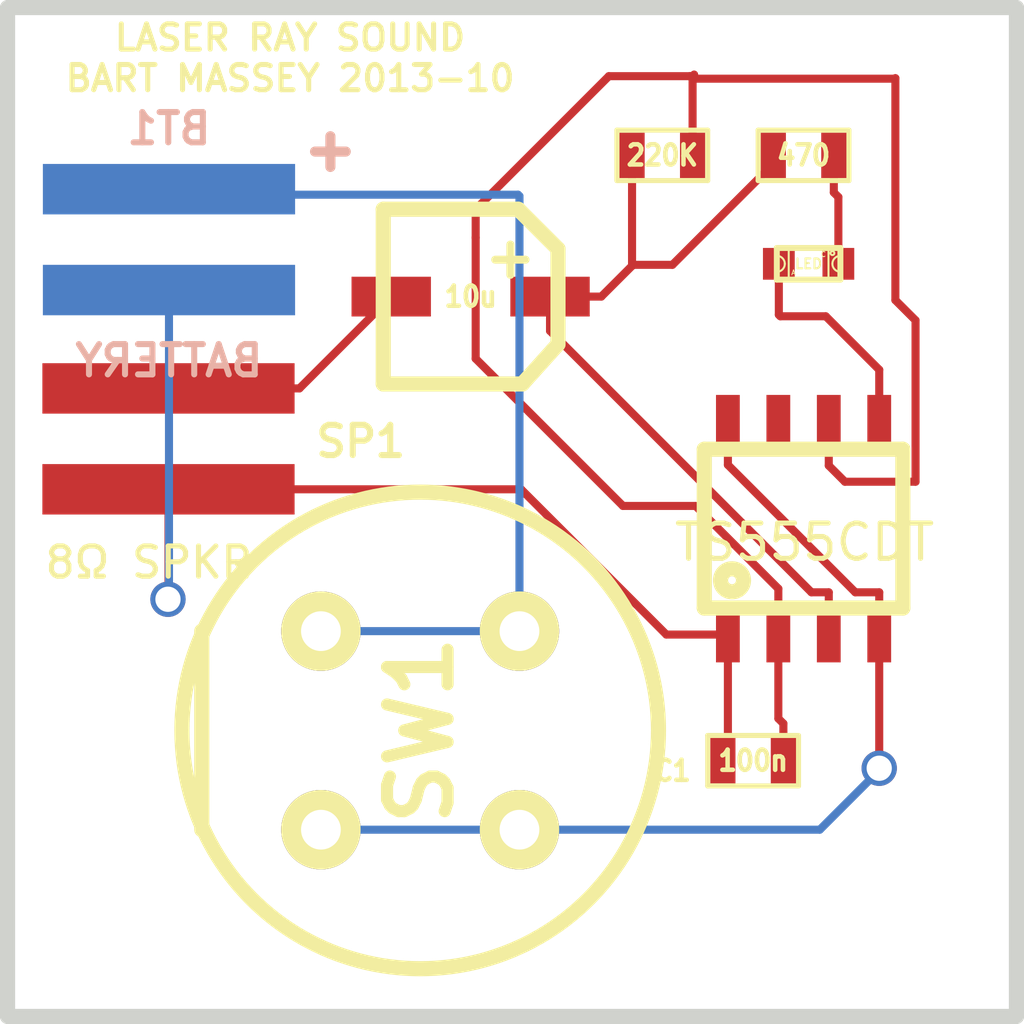
<source format=kicad_pcb>
(kicad_pcb (version 3) (host pcbnew "(2013-09-18 BZR 4323)-product")

  (general
    (links 17)
    (no_connects 0)
    (area 140.779499 102.679499 166.560501 128.460501)
    (thickness 1.6002)
    (drawings 6)
    (tracks 69)
    (zones 0)
    (modules 9)
    (nets 9)
  )

  (page A4)
  (layers
    (15 Front signal)
    (0 Back signal)
    (16 B.Adhes user)
    (17 F.Adhes user)
    (18 B.Paste user)
    (19 F.Paste user)
    (20 B.SilkS user)
    (21 F.SilkS user)
    (22 B.Mask user)
    (23 F.Mask user)
    (24 Dwgs.User user)
    (25 Cmts.User user)
    (26 Eco1.User user)
    (27 Eco2.User user)
    (28 Edge.Cuts user)
  )

  (setup
    (last_trace_width 0.2032)
    (user_trace_width 0.254)
    (user_trace_width 0.381)
    (user_trace_width 5.08)
    (user_trace_width 8.128)
    (trace_clearance 0.254)
    (zone_clearance 0.508)
    (zone_45_only no)
    (trace_min 0.2032)
    (segment_width 0.381)
    (edge_width 0.381)
    (via_size 0.889)
    (via_drill 0.635)
    (via_min_size 0.889)
    (via_min_drill 0.508)
    (user_via 1.905 0.254)
    (uvia_size 0.508)
    (uvia_drill 0.127)
    (uvias_allowed no)
    (uvia_min_size 0.508)
    (uvia_min_drill 0.127)
    (pcb_text_width 0.3048)
    (pcb_text_size 1.524 2.032)
    (mod_edge_width 0.0508)
    (mod_text_size 1.524 1.524)
    (mod_text_width 0.3048)
    (pad_size 6.35 1.27)
    (pad_drill 0)
    (pad_to_mask_clearance 0.254)
    (pad_to_paste_clearance_ratio -0.2)
    (aux_axis_origin 141.224 128.524)
    (grid_origin 140.97 128.27)
    (visible_elements FFFFFFFF)
    (pcbplotparams
      (layerselection 268992513)
      (usegerberextensions true)
      (excludeedgelayer true)
      (linewidth 0.150000)
      (plotframeref false)
      (viasonmask false)
      (mode 1)
      (useauxorigin true)
      (hpglpennumber 1)
      (hpglpenspeed 20)
      (hpglpendiameter 15)
      (hpglpenoverlay 0)
      (psnegative false)
      (psa4output false)
      (plotreference true)
      (plotvalue true)
      (plotothertext true)
      (plotinvisibletext false)
      (padsonsilk false)
      (subtractmaskfromsilk false)
      (outputformat 1)
      (mirror false)
      (drillshape 0)
      (scaleselection 1)
      (outputdirectory ""))
  )

  (net 0 "")
  (net 1 +9V)
  (net 2 GND)
  (net 3 N-000003)
  (net 4 N-000005)
  (net 5 N-000006)
  (net 6 N-000007)
  (net 7 N-000008)
  (net 8 N-000009)

  (net_class Default "This is the default net class."
    (clearance 0.254)
    (trace_width 0.2032)
    (via_dia 0.889)
    (via_drill 0.635)
    (uvia_dia 0.508)
    (uvia_drill 0.127)
    (add_net "")
    (add_net +9V)
    (add_net GND)
    (add_net N-000003)
    (add_net N-000005)
    (add_net N-000006)
    (add_net N-000007)
    (add_net N-000008)
    (add_net N-000009)
  )

  (module ESWITCH (layer Front) (tedit 52534A64) (tstamp 50F87143)
    (at 151.3586 121.0691 270)
    (path /50F85826)
    (fp_text reference SW1 (at 0 0 270) (layer F.SilkS)
      (effects (font (thickness 0.3048)))
    )
    (fp_text value SPST (at 0.0889 -4.8514 270) (layer F.SilkS) hide
      (effects (font (thickness 0.3048)))
    )
    (fp_line (start -2.49936 5.4991) (end 2.49936 5.4991) (layer F.SilkS) (width 0.381))
    (fp_circle (center 0 0) (end 5.99948 0) (layer F.SilkS) (width 0.381))
    (pad 2 thru_hole circle (at -2.49936 -2.49936 270) (size 1.99898 1.99898) (drill 1.00076)
      (layers *.Cu *.Mask F.SilkS)
      (net 4 N-000005)
    )
    (pad 1 thru_hole circle (at 2.49936 -2.49936 270) (size 1.99898 1.99898) (drill 1.00076)
      (layers *.Cu *.Mask F.SilkS)
      (net 1 +9V)
    )
    (pad 1 thru_hole circle (at 2.49936 2.49936 270) (size 1.99898 1.99898) (drill 1.00076)
      (layers *.Cu *.Mask F.SilkS)
      (net 1 +9V)
    )
    (pad 2 thru_hole circle (at -2.49936 2.49936 270) (size 1.99898 1.99898) (drill 1.00076)
      (layers *.Cu *.Mask F.SilkS)
      (net 4 N-000005)
    )
  )

  (module SO8E (layer Front) (tedit 52534CBC) (tstamp 50F8A302)
    (at 161.0106 115.9891)
    (descr "module CMS SOJ 8 pins etroit")
    (tags "CMS SOJ")
    (path /50F85637)
    (attr smd)
    (fp_text reference U1 (at -0.0254 -0.3175) (layer F.SilkS) hide
      (effects (font (size 1.143 1.143) (thickness 0.1524)))
    )
    (fp_text value TS555CDT (at 0.0254 0.3429) (layer F.SilkS)
      (effects (font (size 0.889 0.889) (thickness 0.127)))
    )
    (fp_circle (center -1.80086 1.30048) (end -1.80086 1.39954) (layer F.SilkS) (width 0.381))
    (fp_line (start 2.49936 -1.99898) (end 2.49936 1.99898) (layer F.SilkS) (width 0.381))
    (fp_line (start 2.49936 1.99898) (end -2.49936 1.99898) (layer F.SilkS) (width 0.381))
    (fp_line (start -2.49936 1.99898) (end -2.49936 -1.99898) (layer F.SilkS) (width 0.381))
    (fp_line (start -2.49936 -1.99898) (end 2.49936 -1.99898) (layer F.SilkS) (width 0.381))
    (pad 8 smd rect (at -1.905 -2.667) (size 0.59944 1.39954)
      (layers Front F.Paste F.Mask)
      (net 1 +9V)
    )
    (pad 1 smd rect (at -1.905 2.667) (size 0.59944 1.39954)
      (layers Front F.Paste F.Mask)
      (net 2 GND)
    )
    (pad 7 smd rect (at -0.635 -2.667) (size 0.59944 1.39954)
      (layers Front F.Paste F.Mask)
    )
    (pad 6 smd rect (at 0.635 -2.667) (size 0.59944 1.39954)
      (layers Front F.Paste F.Mask)
      (net 7 N-000008)
    )
    (pad 5 smd rect (at 1.905 -2.667) (size 0.59944 1.39954)
      (layers Front F.Paste F.Mask)
      (net 3 N-000003)
    )
    (pad 2 smd rect (at -0.635 2.667) (size 0.59944 1.39954)
      (layers Front F.Paste F.Mask)
      (net 7 N-000008)
    )
    (pad 3 smd rect (at 0.635 2.667) (size 0.59944 1.39954)
      (layers Front F.Paste F.Mask)
      (net 6 N-000007)
    )
    (pad 4 smd rect (at 1.905 2.667) (size 0.59944 1.39954)
      (layers Front F.Paste F.Mask)
      (net 1 +9V)
    )
    (model smd/cms_so8.wrl
      (at (xyz 0 0 0))
      (scale (xyz 0.5 0.32 0.5))
      (rotate (xyz 0 0 0))
    )
  )

  (module SM0603 (layer Front) (tedit 52534A6C) (tstamp 50F889A5)
    (at 159.7406 121.8311 180)
    (path /50F7D8D6)
    (attr smd)
    (fp_text reference C1 (at 2.032 -0.254 180) (layer F.SilkS)
      (effects (font (size 0.508 0.4572) (thickness 0.1143)))
    )
    (fp_text value 100n (at 0 0 180) (layer F.SilkS)
      (effects (font (size 0.508 0.4572) (thickness 0.1143)))
    )
    (fp_line (start -1.143 -0.635) (end 1.143 -0.635) (layer F.SilkS) (width 0.127))
    (fp_line (start 1.143 -0.635) (end 1.143 0.635) (layer F.SilkS) (width 0.127))
    (fp_line (start 1.143 0.635) (end -1.143 0.635) (layer F.SilkS) (width 0.127))
    (fp_line (start -1.143 0.635) (end -1.143 -0.635) (layer F.SilkS) (width 0.127))
    (pad 1 smd rect (at -0.762 0 180) (size 0.635 1.143)
      (layers Front F.Paste F.Mask)
      (net 7 N-000008)
    )
    (pad 2 smd rect (at 0.762 0 180) (size 0.635 1.143)
      (layers Front F.Paste F.Mask)
      (net 2 GND)
    )
    (model smd\resistors\R0603.wrl
      (at (xyz 0 0 0.001))
      (scale (xyz 0.5 0.5 0.5))
      (rotate (xyz 0 0 0))
    )
  )

  (module SM0603 (layer Front) (tedit 525349E1) (tstamp 50F86249)
    (at 161.0106 106.5911)
    (path /50F7D89B)
    (attr smd)
    (fp_text reference R1 (at -0.0254 -1.3843) (layer F.SilkS) hide
      (effects (font (size 0.508 0.4572) (thickness 0.1143)))
    )
    (fp_text value 470 (at 0 0) (layer F.SilkS)
      (effects (font (size 0.508 0.4572) (thickness 0.1143)))
    )
    (fp_line (start -1.143 -0.635) (end 1.143 -0.635) (layer F.SilkS) (width 0.127))
    (fp_line (start 1.143 -0.635) (end 1.143 0.635) (layer F.SilkS) (width 0.127))
    (fp_line (start 1.143 0.635) (end -1.143 0.635) (layer F.SilkS) (width 0.127))
    (fp_line (start -1.143 0.635) (end -1.143 -0.635) (layer F.SilkS) (width 0.127))
    (pad 1 smd rect (at -0.762 0) (size 0.635 1.143)
      (layers Front F.Paste F.Mask)
      (net 6 N-000007)
    )
    (pad 2 smd rect (at 0.762 0) (size 0.635 1.143)
      (layers Front F.Paste F.Mask)
      (net 8 N-000009)
    )
    (model smd\resistors\R0603.wrl
      (at (xyz 0 0 0.001))
      (scale (xyz 0.5 0.5 0.5))
      (rotate (xyz 0 0 0))
    )
  )

  (module SM0603 (layer Front) (tedit 525349D6) (tstamp 50F8624B)
    (at 157.4546 106.5911 180)
    (path /50F7D8CB)
    (attr smd)
    (fp_text reference R2 (at -0.127 1.4351 180) (layer F.SilkS) hide
      (effects (font (size 0.508 0.4572) (thickness 0.1143)))
    )
    (fp_text value 220K (at 0 0 180) (layer F.SilkS)
      (effects (font (size 0.508 0.4572) (thickness 0.1143)))
    )
    (fp_line (start -1.143 -0.635) (end 1.143 -0.635) (layer F.SilkS) (width 0.127))
    (fp_line (start 1.143 -0.635) (end 1.143 0.635) (layer F.SilkS) (width 0.127))
    (fp_line (start 1.143 0.635) (end -1.143 0.635) (layer F.SilkS) (width 0.127))
    (fp_line (start -1.143 0.635) (end -1.143 -0.635) (layer F.SilkS) (width 0.127))
    (pad 1 smd rect (at -0.762 0 180) (size 0.635 1.143)
      (layers Front F.Paste F.Mask)
      (net 7 N-000008)
    )
    (pad 2 smd rect (at 0.762 0 180) (size 0.635 1.143)
      (layers Front F.Paste F.Mask)
      (net 6 N-000007)
    )
    (model smd\resistors\R0603.wrl
      (at (xyz 0 0 0.001))
      (scale (xyz 0.5 0.5 0.5))
      (rotate (xyz 0 0 0))
    )
  )

  (module C_ELECTRO_AVE_B (layer Front) (tedit 52534A10) (tstamp 50F8AEBD)
    (at 152.6286 110.1471)
    (path /50F7DA1C)
    (attr smd)
    (fp_text reference C2 (at 0 -2.90068) (layer F.SilkS) hide
      (effects (font (size 0.508 0.4572) (thickness 0.1143)))
    )
    (fp_text value 10u (at 0 0) (layer F.SilkS)
      (effects (font (size 0.508 0.4572) (thickness 0.1143)))
    )
    (fp_text user + (at 1.00076 -1.00076) (layer F.SilkS)
      (effects (font (size 1.00076 1.00076) (thickness 0.20066)))
    )
    (fp_line (start 1.30048 2.19964) (end -2.19964 2.19964) (layer F.SilkS) (width 0.381))
    (fp_line (start 2.19964 -1.19888) (end 2.19964 1.19888) (layer F.SilkS) (width 0.381))
    (fp_line (start -2.19964 -2.19964) (end 1.19888 -2.19964) (layer F.SilkS) (width 0.381))
    (fp_line (start 1.19888 -2.19964) (end 2.19964 -1.19888) (layer F.SilkS) (width 0.381))
    (fp_line (start 1.30048 2.19964) (end 2.19964 1.19888) (layer F.SilkS) (width 0.381))
    (fp_line (start -2.19964 2.19964) (end -2.19964 -2.19964) (layer F.SilkS) (width 0.381))
    (pad 2 smd rect (at -1.99898 0) (size 1.99898 1.00076)
      (layers Front F.Paste F.Mask)
      (net 5 N-000006)
    )
    (pad 1 smd rect (at 1.99898 0) (size 1.99898 1.00076)
      (layers Front F.Paste F.Mask)
      (net 6 N-000007)
    )
    (model smd\capacitors\C0603.wrl
      (at (xyz 0 0 0.001))
      (scale (xyz 0.5 0.5 0.5))
      (rotate (xyz 0 0 0))
    )
  )

  (module CHIP_LED (layer Front) (tedit 52534A21) (tstamp 50FEDAD4)
    (at 161.1376 109.3216)
    (path /50FED84D)
    (attr smd)
    (fp_text reference D1 (at 0.1016 1.3208) (layer F.SilkS) hide
      (effects (font (size 0.508 0.4572) (thickness 0.1143)))
    )
    (fp_text value LED (at 0 0) (layer F.SilkS)
      (effects (font (size 0.24892 0.24892) (thickness 0.0508)))
    )
    (fp_text user A (at -0.381 0.22098) (layer F.SilkS)
      (effects (font (size 0.127 0.127) (thickness 0.02032)))
    )
    (fp_text user C (at 0.37084 -0.23876) (layer F.SilkS)
      (effects (font (size 0.127 0.127) (thickness 0.02032)))
    )
    (fp_circle (center 0.59944 -0.26924) (end 0.61976 -0.25908) (layer F.SilkS) (width 0.0508))
    (fp_line (start 0.50038 -0.39878) (end 0.50038 0.39878) (layer F.SilkS) (width 0.0508))
    (fp_line (start -0.50038 -0.39878) (end -0.50038 0.39878) (layer F.SilkS) (width 0.0508))
    (fp_arc (start 0.8001 0) (end 0.8001 0.20066) (angle 90) (layer F.SilkS) (width 0.0508))
    (fp_arc (start 0.8001 0) (end 0.59944 0) (angle 90) (layer F.SilkS) (width 0.0508))
    (fp_arc (start -0.8001 0) (end -0.8001 -0.20066) (angle 90) (layer F.SilkS) (width 0.0508))
    (fp_arc (start -0.8001 0) (end -0.59944 0) (angle 90) (layer F.SilkS) (width 0.0508))
    (fp_line (start -0.8001 -0.39878) (end 0.8001 -0.39878) (layer F.SilkS) (width 0.14986))
    (fp_line (start 0.8001 -0.39878) (end 0.8001 0.39878) (layer F.SilkS) (width 0.14986))
    (fp_line (start 0.8001 0.39878) (end -0.8001 0.39878) (layer F.SilkS) (width 0.14986))
    (fp_line (start -0.8001 0.39878) (end -0.8001 -0.39878) (layer F.SilkS) (width 0.14986))
    (pad 1 smd rect (at -0.7493 0) (size 0.8001 0.8001)
      (layers Front F.Paste F.Mask)
      (net 3 N-000003)
    )
    (pad 2 smd rect (at 0.7493 0) (size 0.8001 0.8001)
      (layers Front F.Paste F.Mask)
      (net 8 N-000009)
    )
    (model smd\resistors\R0603.wrl
      (at (xyz 0 0 0.001))
      (scale (xyz 0.5 0.5 0.5))
      (rotate (xyz 0 0 0))
    )
  )

  (module WIRE_PADS_2x1 (layer Front) (tedit 52534CCA) (tstamp 50F86E84)
    (at 147.5613 113.7285)
    (descr "Connecteurs 2 pins")
    (tags "CONN DEV")
    (path /50F7D91B)
    (fp_text reference SP1 (at 2.2987 0.0635) (layer F.SilkS)
      (effects (font (size 0.762 0.762) (thickness 0.1524)))
    )
    (fp_text value "8Ω SPKR" (at -3.0353 3.1115) (layer F.SilkS)
      (effects (font (size 0.762 0.762) (thickness 0.127)))
    )
    (pad 1 smd rect (at -2.54 -1.27) (size 6.35 1.27)
      (layers Front F.Paste F.Mask)
      (net 5 N-000006)
    )
    (pad 2 smd rect (at -2.54 1.27) (size 6.35 1.27)
      (layers Front F.Paste F.Mask)
      (net 2 GND)
    )
    (model pin_array/pins_array_2x1.wrl
      (at (xyz 0 0 0))
      (scale (xyz 1 1 1))
      (rotate (xyz 0 0 0))
    )
  )

  (module WIRE_PADS_2x1 (layer Back) (tedit 525348B3) (tstamp 50F86E82)
    (at 142.494 108.712 180)
    (descr "Connecteurs 2 pins")
    (tags "CONN DEV")
    (path /50F8527C)
    (fp_text reference BT1 (at -2.54 2.794 180) (layer B.SilkS)
      (effects (font (size 0.762 0.762) (thickness 0.1524)) (justify mirror))
    )
    (fp_text value BATTERY (at -2.54 -3.048 180) (layer B.SilkS)
      (effects (font (size 0.762 0.762) (thickness 0.1524)) (justify mirror))
    )
    (pad 1 smd rect (at -2.54 1.27 180) (size 6.35 1.27)
      (layers Back B.Paste B.Mask)
      (net 4 N-000005)
    )
    (pad 2 smd rect (at -2.54 -1.27 180) (size 6.35 1.27)
      (layers Back B.Paste B.Mask)
      (net 2 GND)
    )
    (model pin_array/pins_array_2x1.wrl
      (at (xyz 0 0 0))
      (scale (xyz 1 1 1))
      (rotate (xyz 0 0 0))
    )
  )

  (gr_text "LASER RAY SOUND\nBART MASSEY 2013-10" (at 148.082 104.14) (layer F.SilkS)
    (effects (font (size 0.635 0.635) (thickness 0.127)))
  )
  (gr_text + (at 149.098 106.426) (layer B.SilkS)
    (effects (font (size 1.016 1.016) (thickness 0.254)) (justify mirror))
  )
  (gr_line (start 166.37 128.27) (end 140.97 128.27) (angle 90) (layer Edge.Cuts) (width 0.381))
  (gr_line (start 166.37 102.87) (end 166.37 128.27) (angle 90) (layer Edge.Cuts) (width 0.381))
  (gr_line (start 140.97 102.87) (end 166.37 102.87) (angle 90) (layer Edge.Cuts) (width 0.381))
  (gr_line (start 140.97 128.27) (end 140.97 102.87) (angle 90) (layer Edge.Cuts) (width 0.381))

  (segment (start 153.85796 123.56846) (end 148.85924 123.56846) (width 0.2032) (layer Back) (net 1))
  (segment (start 161.41954 123.56846) (end 153.85796 123.56846) (width 0.2032) (layer Back) (net 1))
  (segment (start 162.9156 122.0216) (end 162.9156 122.0724) (width 0.2032) (layer Back) (net 1))
  (via (at 162.9156 122.0216) (size 0.889) (layers Front Back) (net 1))
  (segment (start 162.31362 117.59184) (end 159.1056 114.38382) (width 0.2032) (layer Front) (net 1))
  (segment (start 159.1056 113.3221) (end 159.1056 114.38382) (width 0.2032) (layer Front) (net 1))
  (segment (start 162.9156 118.6561) (end 162.9156 117.59184) (width 0.2032) (layer Front) (net 1))
  (segment (start 162.9156 117.59184) (end 162.31362 117.59184) (width 0.2032) (layer Front) (net 1))
  (segment (start 162.9156 118.6561) (end 162.9156 122.0216) (width 0.2032) (layer Front) (net 1))
  (segment (start 161.41954 123.56846) (end 162.9156 122.0724) (width 0.2032) (layer Back) (net 1))
  (segment (start 145.0213 114.9985) (end 145.0213 117.7544) (width 0.2032) (layer Front) (net 2))
  (segment (start 145.034 117.7417) (end 145.034 110.1217) (width 0.2032) (layer Back) (net 2) (tstamp 5250F981))
  (segment (start 145.0086 117.7671) (end 145.034 117.7417) (width 0.2032) (layer Back) (net 2) (tstamp 5250F980))
  (via (at 145.0086 117.7671) (size 0.889) (layers Front Back) (net 2))
  (segment (start 145.0213 117.7544) (end 145.0086 117.7671) (width 0.2032) (layer Front) (net 2) (tstamp 5250F97E))
  (segment (start 159.1056 118.6561) (end 159.1056 121.7041) (width 0.2032) (layer Front) (net 2))
  (segment (start 159.1056 121.7041) (end 158.9786 121.8311) (width 0.2032) (layer Front) (net 2) (tstamp 5250F967))
  (segment (start 159.1056 118.6561) (end 157.5562 118.6561) (width 0.2032) (layer Front) (net 2))
  (segment (start 153.8986 114.9985) (end 145.0213 114.9985) (width 0.2032) (layer Front) (net 2) (tstamp 5250F963))
  (segment (start 157.5562 118.6561) (end 153.8986 114.9985) (width 0.2032) (layer Front) (net 2) (tstamp 5250F961))
  (segment (start 160.3883 109.3216) (end 160.3883 110.6043) (width 0.2032) (layer Front) (net 3))
  (segment (start 162.9156 111.9886) (end 161.5694 110.6424) (width 0.2032) (layer Front) (net 3) (tstamp 524F0D6B))
  (segment (start 161.5694 110.6424) (end 160.4264 110.6424) (width 0.2032) (layer Front) (net 3) (tstamp 524F0D7C))
  (segment (start 162.9156 111.9886) (end 162.9156 113.3221) (width 0.2032) (layer Front) (net 3))
  (segment (start 160.3883 110.6043) (end 160.4264 110.6424) (width 0.2032) (layer Front) (net 3) (tstamp 524F0D8B))
  (segment (start 153.85796 118.56974) (end 148.85924 118.56974) (width 0.2032) (layer Back) (net 4))
  (segment (start 145.034 107.5817) (end 153.8224 107.5817) (width 0.2032) (layer Back) (net 4))
  (segment (start 153.85796 107.61726) (end 153.85796 118.56974) (width 0.2032) (layer Back) (net 4) (tstamp 5250F96B))
  (segment (start 153.8224 107.5817) (end 153.85796 107.61726) (width 0.2032) (layer Back) (net 4) (tstamp 5250F96A))
  (segment (start 145.0213 112.4585) (end 148.31822 112.4585) (width 0.2032) (layer Front) (net 5))
  (segment (start 148.31822 112.4585) (end 150.62962 110.1471) (width 0.2032) (layer Front) (net 5) (tstamp 5250F971))
  (segment (start 160.2486 106.5911) (end 160.2486 106.807) (width 0.2032) (layer Front) (net 6))
  (segment (start 157.7086 109.347) (end 156.6926 109.347) (width 0.2032) (layer Front) (net 6) (tstamp 524F0B07))
  (segment (start 160.2486 106.807) (end 157.7086 109.347) (width 0.2032) (layer Front) (net 6) (tstamp 524F0AF9))
  (segment (start 156.6926 106.5911) (end 156.6926 109.347) (width 0.2032) (layer Front) (net 6))
  (segment (start 156.6926 109.347) (end 156.6926 109.3724) (width 0.2032) (layer Front) (net 6) (tstamp 524F0B0C))
  (segment (start 155.9179 110.1471) (end 154.62758 110.1471) (width 0.2032) (layer Front) (net 6) (tstamp 524F0AEE))
  (segment (start 156.6926 109.3724) (end 155.9179 110.1471) (width 0.2032) (layer Front) (net 6) (tstamp 524F0ADE))
  (segment (start 161.20872 117.59184) (end 161.6456 117.59184) (width 0.2032) (layer Front) (net 6))
  (segment (start 161.6456 118.6561) (end 161.6456 117.59184) (width 0.2032) (layer Front) (net 6))
  (segment (start 154.62758 111.0107) (end 161.20872 117.59184) (width 0.2032) (layer Front) (net 6))
  (segment (start 154.62758 110.1471) (end 154.62758 111.0107) (width 0.2032) (layer Front) (net 6))
  (segment (start 161.6456 113.3221) (end 161.6456 114.4016) (width 0.2032) (layer Front) (net 7))
  (segment (start 163.3093 104.6607) (end 158.2166 104.6607) (width 0.2032) (layer Front) (net 7) (tstamp 525345F0))
  (segment (start 163.322 104.648) (end 163.3093 104.6607) (width 0.2032) (layer Front) (net 7) (tstamp 525345ED))
  (segment (start 163.322 110.236) (end 163.322 104.648) (width 0.2032) (layer Front) (net 7) (tstamp 525345DC))
  (segment (start 163.83 110.744) (end 163.322 110.236) (width 0.2032) (layer Front) (net 7) (tstamp 525345D1))
  (segment (start 163.83 114.808) (end 163.83 110.744) (width 0.2032) (layer Front) (net 7) (tstamp 525345CE))
  (segment (start 162.052 114.808) (end 163.83 114.808) (width 0.2032) (layer Front) (net 7) (tstamp 525345CC))
  (segment (start 161.6456 114.4016) (end 162.052 114.808) (width 0.2032) (layer Front) (net 7) (tstamp 525345C8))
  (segment (start 158.2166 106.5911) (end 158.2166 104.6607) (width 0.2032) (layer Front) (net 7))
  (segment (start 158.2547 104.5591) (end 158.2547 104.5972) (width 0.2032) (layer Front) (net 7) (tstamp 524F0D5B))
  (segment (start 158.2166 104.5972) (end 158.2547 104.5591) (width 0.2032) (layer Front) (net 7) (tstamp 524F0D5A))
  (segment (start 158.1531 104.5972) (end 158.2166 104.5972) (width 0.2032) (layer Front) (net 7) (tstamp 524F0D59))
  (segment (start 158.2166 104.6607) (end 158.1531 104.5972) (width 0.2032) (layer Front) (net 7) (tstamp 524F0D55))
  (segment (start 158.2547 104.5972) (end 156.1084 104.5972) (width 0.2032) (layer Front) (net 7) (tstamp 524F0D5C))
  (segment (start 156.1084 104.5972) (end 152.7556 107.95) (width 0.2032) (layer Front) (net 7) (tstamp 524F0C7F))
  (segment (start 158.2928 115.4176) (end 160.3756 117.5004) (width 0.2032) (layer Front) (net 7))
  (segment (start 156.464 115.4176) (end 158.2928 115.4176) (width 0.2032) (layer Front) (net 7))
  (segment (start 152.7556 111.7092) (end 156.464 115.4176) (width 0.2032) (layer Front) (net 7))
  (segment (start 152.7556 108.6612) (end 152.7556 111.7092) (width 0.2032) (layer Front) (net 7))
  (segment (start 152.7556 107.95) (end 152.7556 108.6612) (width 0.2032) (layer Front) (net 7) (tstamp 524F0C91))
  (segment (start 160.3756 118.6561) (end 160.3756 117.5004) (width 0.2032) (layer Front) (net 7))
  (segment (start 160.5026 120.89638) (end 160.3756 120.76938) (width 0.2032) (layer Front) (net 7))
  (segment (start 160.5026 121.8311) (end 160.5026 120.89638) (width 0.2032) (layer Front) (net 7))
  (segment (start 160.3756 120.76938) (end 160.3756 118.6561) (width 0.2032) (layer Front) (net 7))
  (segment (start 161.8869 107.64012) (end 161.7726 107.52582) (width 0.2032) (layer Front) (net 8))
  (segment (start 161.8869 109.3216) (end 161.8869 107.64012) (width 0.2032) (layer Front) (net 8))
  (segment (start 161.7726 106.5911) (end 161.7726 107.52582) (width 0.2032) (layer Front) (net 8))

)

</source>
